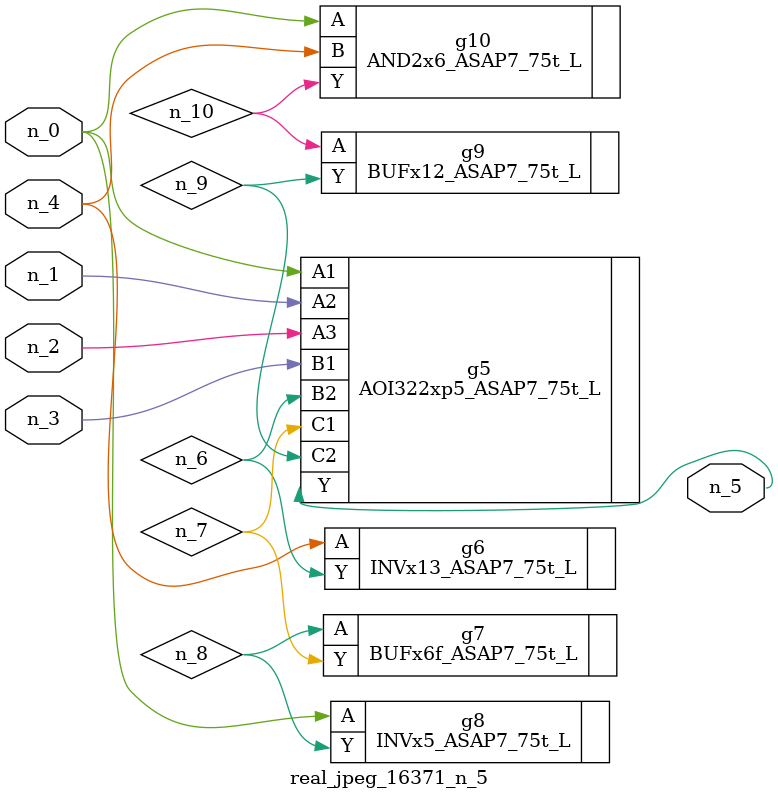
<source format=v>
module real_jpeg_16371_n_5 (n_4, n_0, n_1, n_2, n_3, n_5);

input n_4;
input n_0;
input n_1;
input n_2;
input n_3;

output n_5;

wire n_8;
wire n_6;
wire n_7;
wire n_10;
wire n_9;

AOI322xp5_ASAP7_75t_L g5 ( 
.A1(n_0),
.A2(n_1),
.A3(n_2),
.B1(n_3),
.B2(n_6),
.C1(n_7),
.C2(n_9),
.Y(n_5)
);

INVx5_ASAP7_75t_L g8 ( 
.A(n_0),
.Y(n_8)
);

AND2x6_ASAP7_75t_L g10 ( 
.A(n_0),
.B(n_4),
.Y(n_10)
);

INVx13_ASAP7_75t_L g6 ( 
.A(n_4),
.Y(n_6)
);

BUFx6f_ASAP7_75t_L g7 ( 
.A(n_8),
.Y(n_7)
);

BUFx12_ASAP7_75t_L g9 ( 
.A(n_10),
.Y(n_9)
);


endmodule
</source>
